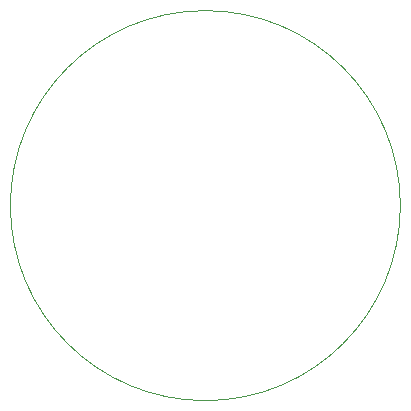
<source format=gbr>
G04 (created by PCBNEW (2013-07-07 BZR 4022)-stable) date 6/15/2015 10:21:52 PM*
%MOIN*%
G04 Gerber Fmt 3.4, Leading zero omitted, Abs format*
%FSLAX34Y34*%
G01*
G70*
G90*
G04 APERTURE LIST*
%ADD10C,0.00590551*%
%ADD11C,0.00393701*%
G04 APERTURE END LIST*
G54D10*
G54D11*
X84500Y-52000D02*
G75*
G03X84500Y-52000I-6500J0D01*
G74*
G01*
M02*

</source>
